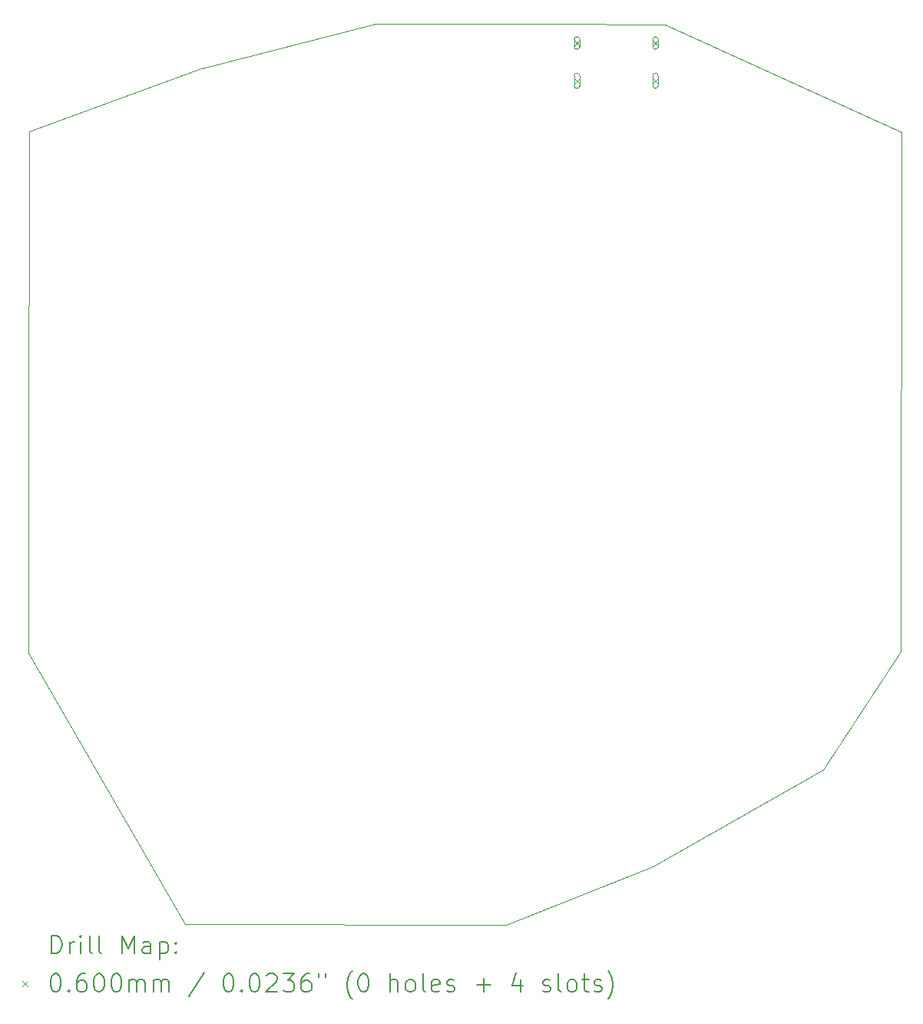
<source format=gbr>
%TF.GenerationSoftware,KiCad,Pcbnew,7.0.9-7.0.9~ubuntu22.04.1*%
%TF.CreationDate,2023-11-28T13:07:07+03:00*%
%TF.ProjectId,Keeb,4b656562-2e6b-4696-9361-645f70636258,rev?*%
%TF.SameCoordinates,Original*%
%TF.FileFunction,Drillmap*%
%TF.FilePolarity,Positive*%
%FSLAX45Y45*%
G04 Gerber Fmt 4.5, Leading zero omitted, Abs format (unit mm)*
G04 Created by KiCad (PCBNEW 7.0.9-7.0.9~ubuntu22.04.1) date 2023-11-28 13:07:07*
%MOMM*%
%LPD*%
G01*
G04 APERTURE LIST*
%ADD10C,0.050000*%
%ADD11C,0.200000*%
%ADD12C,0.100000*%
G04 APERTURE END LIST*
D10*
X17204000Y-3399000D02*
X19810000Y-4587294D01*
X19803000Y-10309294D01*
X18950000Y-11612000D01*
X17071000Y-12678000D01*
X15449000Y-13327000D01*
X11917000Y-13319000D01*
X10188000Y-10328000D01*
X10183000Y-8436000D01*
X10193000Y-4582000D01*
X12093000Y-3886000D01*
X12100000Y-3886000D01*
X14017000Y-3396294D01*
X15917000Y-3396294D01*
X17204000Y-3399000D01*
D11*
D12*
X16204000Y-3574000D02*
X16264000Y-3634000D01*
X16264000Y-3574000D02*
X16204000Y-3634000D01*
X16264000Y-3644000D02*
X16264000Y-3564000D01*
X16264000Y-3564000D02*
G75*
G03*
X16204000Y-3564000I-30000J0D01*
G01*
X16204000Y-3564000D02*
X16204000Y-3644000D01*
X16204000Y-3644000D02*
G75*
G03*
X16264000Y-3644000I30000J0D01*
G01*
X16204000Y-3991000D02*
X16264000Y-4051000D01*
X16264000Y-3991000D02*
X16204000Y-4051000D01*
X16264000Y-4076000D02*
X16264000Y-3966000D01*
X16264000Y-3966000D02*
G75*
G03*
X16204000Y-3966000I-30000J0D01*
G01*
X16204000Y-3966000D02*
X16204000Y-4076000D01*
X16204000Y-4076000D02*
G75*
G03*
X16264000Y-4076000I30000J0D01*
G01*
X17069000Y-3574000D02*
X17129000Y-3634000D01*
X17129000Y-3574000D02*
X17069000Y-3634000D01*
X17129000Y-3644000D02*
X17129000Y-3564000D01*
X17129000Y-3564000D02*
G75*
G03*
X17069000Y-3564000I-30000J0D01*
G01*
X17069000Y-3564000D02*
X17069000Y-3644000D01*
X17069000Y-3644000D02*
G75*
G03*
X17129000Y-3644000I30000J0D01*
G01*
X17069000Y-3991000D02*
X17129000Y-4051000D01*
X17129000Y-3991000D02*
X17069000Y-4051000D01*
X17129000Y-4076000D02*
X17129000Y-3966000D01*
X17129000Y-3966000D02*
G75*
G03*
X17069000Y-3966000I-30000J0D01*
G01*
X17069000Y-3966000D02*
X17069000Y-4076000D01*
X17069000Y-4076000D02*
G75*
G03*
X17129000Y-4076000I30000J0D01*
G01*
D11*
X10441277Y-13640984D02*
X10441277Y-13440984D01*
X10441277Y-13440984D02*
X10488896Y-13440984D01*
X10488896Y-13440984D02*
X10517467Y-13450508D01*
X10517467Y-13450508D02*
X10536515Y-13469555D01*
X10536515Y-13469555D02*
X10546039Y-13488603D01*
X10546039Y-13488603D02*
X10555563Y-13526698D01*
X10555563Y-13526698D02*
X10555563Y-13555269D01*
X10555563Y-13555269D02*
X10546039Y-13593365D01*
X10546039Y-13593365D02*
X10536515Y-13612412D01*
X10536515Y-13612412D02*
X10517467Y-13631460D01*
X10517467Y-13631460D02*
X10488896Y-13640984D01*
X10488896Y-13640984D02*
X10441277Y-13640984D01*
X10641277Y-13640984D02*
X10641277Y-13507650D01*
X10641277Y-13545746D02*
X10650801Y-13526698D01*
X10650801Y-13526698D02*
X10660324Y-13517174D01*
X10660324Y-13517174D02*
X10679372Y-13507650D01*
X10679372Y-13507650D02*
X10698420Y-13507650D01*
X10765086Y-13640984D02*
X10765086Y-13507650D01*
X10765086Y-13440984D02*
X10755563Y-13450508D01*
X10755563Y-13450508D02*
X10765086Y-13460031D01*
X10765086Y-13460031D02*
X10774610Y-13450508D01*
X10774610Y-13450508D02*
X10765086Y-13440984D01*
X10765086Y-13440984D02*
X10765086Y-13460031D01*
X10888896Y-13640984D02*
X10869848Y-13631460D01*
X10869848Y-13631460D02*
X10860324Y-13612412D01*
X10860324Y-13612412D02*
X10860324Y-13440984D01*
X10993658Y-13640984D02*
X10974610Y-13631460D01*
X10974610Y-13631460D02*
X10965086Y-13612412D01*
X10965086Y-13612412D02*
X10965086Y-13440984D01*
X11222229Y-13640984D02*
X11222229Y-13440984D01*
X11222229Y-13440984D02*
X11288896Y-13583841D01*
X11288896Y-13583841D02*
X11355562Y-13440984D01*
X11355562Y-13440984D02*
X11355562Y-13640984D01*
X11536515Y-13640984D02*
X11536515Y-13536222D01*
X11536515Y-13536222D02*
X11526991Y-13517174D01*
X11526991Y-13517174D02*
X11507943Y-13507650D01*
X11507943Y-13507650D02*
X11469848Y-13507650D01*
X11469848Y-13507650D02*
X11450801Y-13517174D01*
X11536515Y-13631460D02*
X11517467Y-13640984D01*
X11517467Y-13640984D02*
X11469848Y-13640984D01*
X11469848Y-13640984D02*
X11450801Y-13631460D01*
X11450801Y-13631460D02*
X11441277Y-13612412D01*
X11441277Y-13612412D02*
X11441277Y-13593365D01*
X11441277Y-13593365D02*
X11450801Y-13574317D01*
X11450801Y-13574317D02*
X11469848Y-13564793D01*
X11469848Y-13564793D02*
X11517467Y-13564793D01*
X11517467Y-13564793D02*
X11536515Y-13555269D01*
X11631753Y-13507650D02*
X11631753Y-13707650D01*
X11631753Y-13517174D02*
X11650801Y-13507650D01*
X11650801Y-13507650D02*
X11688896Y-13507650D01*
X11688896Y-13507650D02*
X11707943Y-13517174D01*
X11707943Y-13517174D02*
X11717467Y-13526698D01*
X11717467Y-13526698D02*
X11726991Y-13545746D01*
X11726991Y-13545746D02*
X11726991Y-13602888D01*
X11726991Y-13602888D02*
X11717467Y-13621936D01*
X11717467Y-13621936D02*
X11707943Y-13631460D01*
X11707943Y-13631460D02*
X11688896Y-13640984D01*
X11688896Y-13640984D02*
X11650801Y-13640984D01*
X11650801Y-13640984D02*
X11631753Y-13631460D01*
X11812705Y-13621936D02*
X11822229Y-13631460D01*
X11822229Y-13631460D02*
X11812705Y-13640984D01*
X11812705Y-13640984D02*
X11803182Y-13631460D01*
X11803182Y-13631460D02*
X11812705Y-13621936D01*
X11812705Y-13621936D02*
X11812705Y-13640984D01*
X11812705Y-13517174D02*
X11822229Y-13526698D01*
X11822229Y-13526698D02*
X11812705Y-13536222D01*
X11812705Y-13536222D02*
X11803182Y-13526698D01*
X11803182Y-13526698D02*
X11812705Y-13517174D01*
X11812705Y-13517174D02*
X11812705Y-13536222D01*
D12*
X10120500Y-13939500D02*
X10180500Y-13999500D01*
X10180500Y-13939500D02*
X10120500Y-13999500D01*
D11*
X10479372Y-13860984D02*
X10498420Y-13860984D01*
X10498420Y-13860984D02*
X10517467Y-13870508D01*
X10517467Y-13870508D02*
X10526991Y-13880031D01*
X10526991Y-13880031D02*
X10536515Y-13899079D01*
X10536515Y-13899079D02*
X10546039Y-13937174D01*
X10546039Y-13937174D02*
X10546039Y-13984793D01*
X10546039Y-13984793D02*
X10536515Y-14022888D01*
X10536515Y-14022888D02*
X10526991Y-14041936D01*
X10526991Y-14041936D02*
X10517467Y-14051460D01*
X10517467Y-14051460D02*
X10498420Y-14060984D01*
X10498420Y-14060984D02*
X10479372Y-14060984D01*
X10479372Y-14060984D02*
X10460324Y-14051460D01*
X10460324Y-14051460D02*
X10450801Y-14041936D01*
X10450801Y-14041936D02*
X10441277Y-14022888D01*
X10441277Y-14022888D02*
X10431753Y-13984793D01*
X10431753Y-13984793D02*
X10431753Y-13937174D01*
X10431753Y-13937174D02*
X10441277Y-13899079D01*
X10441277Y-13899079D02*
X10450801Y-13880031D01*
X10450801Y-13880031D02*
X10460324Y-13870508D01*
X10460324Y-13870508D02*
X10479372Y-13860984D01*
X10631753Y-14041936D02*
X10641277Y-14051460D01*
X10641277Y-14051460D02*
X10631753Y-14060984D01*
X10631753Y-14060984D02*
X10622229Y-14051460D01*
X10622229Y-14051460D02*
X10631753Y-14041936D01*
X10631753Y-14041936D02*
X10631753Y-14060984D01*
X10812705Y-13860984D02*
X10774610Y-13860984D01*
X10774610Y-13860984D02*
X10755563Y-13870508D01*
X10755563Y-13870508D02*
X10746039Y-13880031D01*
X10746039Y-13880031D02*
X10726991Y-13908603D01*
X10726991Y-13908603D02*
X10717467Y-13946698D01*
X10717467Y-13946698D02*
X10717467Y-14022888D01*
X10717467Y-14022888D02*
X10726991Y-14041936D01*
X10726991Y-14041936D02*
X10736515Y-14051460D01*
X10736515Y-14051460D02*
X10755563Y-14060984D01*
X10755563Y-14060984D02*
X10793658Y-14060984D01*
X10793658Y-14060984D02*
X10812705Y-14051460D01*
X10812705Y-14051460D02*
X10822229Y-14041936D01*
X10822229Y-14041936D02*
X10831753Y-14022888D01*
X10831753Y-14022888D02*
X10831753Y-13975269D01*
X10831753Y-13975269D02*
X10822229Y-13956222D01*
X10822229Y-13956222D02*
X10812705Y-13946698D01*
X10812705Y-13946698D02*
X10793658Y-13937174D01*
X10793658Y-13937174D02*
X10755563Y-13937174D01*
X10755563Y-13937174D02*
X10736515Y-13946698D01*
X10736515Y-13946698D02*
X10726991Y-13956222D01*
X10726991Y-13956222D02*
X10717467Y-13975269D01*
X10955563Y-13860984D02*
X10974610Y-13860984D01*
X10974610Y-13860984D02*
X10993658Y-13870508D01*
X10993658Y-13870508D02*
X11003182Y-13880031D01*
X11003182Y-13880031D02*
X11012705Y-13899079D01*
X11012705Y-13899079D02*
X11022229Y-13937174D01*
X11022229Y-13937174D02*
X11022229Y-13984793D01*
X11022229Y-13984793D02*
X11012705Y-14022888D01*
X11012705Y-14022888D02*
X11003182Y-14041936D01*
X11003182Y-14041936D02*
X10993658Y-14051460D01*
X10993658Y-14051460D02*
X10974610Y-14060984D01*
X10974610Y-14060984D02*
X10955563Y-14060984D01*
X10955563Y-14060984D02*
X10936515Y-14051460D01*
X10936515Y-14051460D02*
X10926991Y-14041936D01*
X10926991Y-14041936D02*
X10917467Y-14022888D01*
X10917467Y-14022888D02*
X10907944Y-13984793D01*
X10907944Y-13984793D02*
X10907944Y-13937174D01*
X10907944Y-13937174D02*
X10917467Y-13899079D01*
X10917467Y-13899079D02*
X10926991Y-13880031D01*
X10926991Y-13880031D02*
X10936515Y-13870508D01*
X10936515Y-13870508D02*
X10955563Y-13860984D01*
X11146039Y-13860984D02*
X11165086Y-13860984D01*
X11165086Y-13860984D02*
X11184134Y-13870508D01*
X11184134Y-13870508D02*
X11193658Y-13880031D01*
X11193658Y-13880031D02*
X11203182Y-13899079D01*
X11203182Y-13899079D02*
X11212705Y-13937174D01*
X11212705Y-13937174D02*
X11212705Y-13984793D01*
X11212705Y-13984793D02*
X11203182Y-14022888D01*
X11203182Y-14022888D02*
X11193658Y-14041936D01*
X11193658Y-14041936D02*
X11184134Y-14051460D01*
X11184134Y-14051460D02*
X11165086Y-14060984D01*
X11165086Y-14060984D02*
X11146039Y-14060984D01*
X11146039Y-14060984D02*
X11126991Y-14051460D01*
X11126991Y-14051460D02*
X11117467Y-14041936D01*
X11117467Y-14041936D02*
X11107944Y-14022888D01*
X11107944Y-14022888D02*
X11098420Y-13984793D01*
X11098420Y-13984793D02*
X11098420Y-13937174D01*
X11098420Y-13937174D02*
X11107944Y-13899079D01*
X11107944Y-13899079D02*
X11117467Y-13880031D01*
X11117467Y-13880031D02*
X11126991Y-13870508D01*
X11126991Y-13870508D02*
X11146039Y-13860984D01*
X11298420Y-14060984D02*
X11298420Y-13927650D01*
X11298420Y-13946698D02*
X11307943Y-13937174D01*
X11307943Y-13937174D02*
X11326991Y-13927650D01*
X11326991Y-13927650D02*
X11355563Y-13927650D01*
X11355563Y-13927650D02*
X11374610Y-13937174D01*
X11374610Y-13937174D02*
X11384134Y-13956222D01*
X11384134Y-13956222D02*
X11384134Y-14060984D01*
X11384134Y-13956222D02*
X11393658Y-13937174D01*
X11393658Y-13937174D02*
X11412705Y-13927650D01*
X11412705Y-13927650D02*
X11441277Y-13927650D01*
X11441277Y-13927650D02*
X11460324Y-13937174D01*
X11460324Y-13937174D02*
X11469848Y-13956222D01*
X11469848Y-13956222D02*
X11469848Y-14060984D01*
X11565086Y-14060984D02*
X11565086Y-13927650D01*
X11565086Y-13946698D02*
X11574610Y-13937174D01*
X11574610Y-13937174D02*
X11593658Y-13927650D01*
X11593658Y-13927650D02*
X11622229Y-13927650D01*
X11622229Y-13927650D02*
X11641277Y-13937174D01*
X11641277Y-13937174D02*
X11650801Y-13956222D01*
X11650801Y-13956222D02*
X11650801Y-14060984D01*
X11650801Y-13956222D02*
X11660324Y-13937174D01*
X11660324Y-13937174D02*
X11679372Y-13927650D01*
X11679372Y-13927650D02*
X11707943Y-13927650D01*
X11707943Y-13927650D02*
X11726991Y-13937174D01*
X11726991Y-13937174D02*
X11736515Y-13956222D01*
X11736515Y-13956222D02*
X11736515Y-14060984D01*
X12126991Y-13851460D02*
X11955563Y-14108603D01*
X12384134Y-13860984D02*
X12403182Y-13860984D01*
X12403182Y-13860984D02*
X12422229Y-13870508D01*
X12422229Y-13870508D02*
X12431753Y-13880031D01*
X12431753Y-13880031D02*
X12441277Y-13899079D01*
X12441277Y-13899079D02*
X12450801Y-13937174D01*
X12450801Y-13937174D02*
X12450801Y-13984793D01*
X12450801Y-13984793D02*
X12441277Y-14022888D01*
X12441277Y-14022888D02*
X12431753Y-14041936D01*
X12431753Y-14041936D02*
X12422229Y-14051460D01*
X12422229Y-14051460D02*
X12403182Y-14060984D01*
X12403182Y-14060984D02*
X12384134Y-14060984D01*
X12384134Y-14060984D02*
X12365086Y-14051460D01*
X12365086Y-14051460D02*
X12355563Y-14041936D01*
X12355563Y-14041936D02*
X12346039Y-14022888D01*
X12346039Y-14022888D02*
X12336515Y-13984793D01*
X12336515Y-13984793D02*
X12336515Y-13937174D01*
X12336515Y-13937174D02*
X12346039Y-13899079D01*
X12346039Y-13899079D02*
X12355563Y-13880031D01*
X12355563Y-13880031D02*
X12365086Y-13870508D01*
X12365086Y-13870508D02*
X12384134Y-13860984D01*
X12536515Y-14041936D02*
X12546039Y-14051460D01*
X12546039Y-14051460D02*
X12536515Y-14060984D01*
X12536515Y-14060984D02*
X12526991Y-14051460D01*
X12526991Y-14051460D02*
X12536515Y-14041936D01*
X12536515Y-14041936D02*
X12536515Y-14060984D01*
X12669848Y-13860984D02*
X12688896Y-13860984D01*
X12688896Y-13860984D02*
X12707944Y-13870508D01*
X12707944Y-13870508D02*
X12717467Y-13880031D01*
X12717467Y-13880031D02*
X12726991Y-13899079D01*
X12726991Y-13899079D02*
X12736515Y-13937174D01*
X12736515Y-13937174D02*
X12736515Y-13984793D01*
X12736515Y-13984793D02*
X12726991Y-14022888D01*
X12726991Y-14022888D02*
X12717467Y-14041936D01*
X12717467Y-14041936D02*
X12707944Y-14051460D01*
X12707944Y-14051460D02*
X12688896Y-14060984D01*
X12688896Y-14060984D02*
X12669848Y-14060984D01*
X12669848Y-14060984D02*
X12650801Y-14051460D01*
X12650801Y-14051460D02*
X12641277Y-14041936D01*
X12641277Y-14041936D02*
X12631753Y-14022888D01*
X12631753Y-14022888D02*
X12622229Y-13984793D01*
X12622229Y-13984793D02*
X12622229Y-13937174D01*
X12622229Y-13937174D02*
X12631753Y-13899079D01*
X12631753Y-13899079D02*
X12641277Y-13880031D01*
X12641277Y-13880031D02*
X12650801Y-13870508D01*
X12650801Y-13870508D02*
X12669848Y-13860984D01*
X12812706Y-13880031D02*
X12822229Y-13870508D01*
X12822229Y-13870508D02*
X12841277Y-13860984D01*
X12841277Y-13860984D02*
X12888896Y-13860984D01*
X12888896Y-13860984D02*
X12907944Y-13870508D01*
X12907944Y-13870508D02*
X12917467Y-13880031D01*
X12917467Y-13880031D02*
X12926991Y-13899079D01*
X12926991Y-13899079D02*
X12926991Y-13918127D01*
X12926991Y-13918127D02*
X12917467Y-13946698D01*
X12917467Y-13946698D02*
X12803182Y-14060984D01*
X12803182Y-14060984D02*
X12926991Y-14060984D01*
X12993658Y-13860984D02*
X13117467Y-13860984D01*
X13117467Y-13860984D02*
X13050801Y-13937174D01*
X13050801Y-13937174D02*
X13079372Y-13937174D01*
X13079372Y-13937174D02*
X13098420Y-13946698D01*
X13098420Y-13946698D02*
X13107944Y-13956222D01*
X13107944Y-13956222D02*
X13117467Y-13975269D01*
X13117467Y-13975269D02*
X13117467Y-14022888D01*
X13117467Y-14022888D02*
X13107944Y-14041936D01*
X13107944Y-14041936D02*
X13098420Y-14051460D01*
X13098420Y-14051460D02*
X13079372Y-14060984D01*
X13079372Y-14060984D02*
X13022229Y-14060984D01*
X13022229Y-14060984D02*
X13003182Y-14051460D01*
X13003182Y-14051460D02*
X12993658Y-14041936D01*
X13288896Y-13860984D02*
X13250801Y-13860984D01*
X13250801Y-13860984D02*
X13231753Y-13870508D01*
X13231753Y-13870508D02*
X13222229Y-13880031D01*
X13222229Y-13880031D02*
X13203182Y-13908603D01*
X13203182Y-13908603D02*
X13193658Y-13946698D01*
X13193658Y-13946698D02*
X13193658Y-14022888D01*
X13193658Y-14022888D02*
X13203182Y-14041936D01*
X13203182Y-14041936D02*
X13212706Y-14051460D01*
X13212706Y-14051460D02*
X13231753Y-14060984D01*
X13231753Y-14060984D02*
X13269848Y-14060984D01*
X13269848Y-14060984D02*
X13288896Y-14051460D01*
X13288896Y-14051460D02*
X13298420Y-14041936D01*
X13298420Y-14041936D02*
X13307944Y-14022888D01*
X13307944Y-14022888D02*
X13307944Y-13975269D01*
X13307944Y-13975269D02*
X13298420Y-13956222D01*
X13298420Y-13956222D02*
X13288896Y-13946698D01*
X13288896Y-13946698D02*
X13269848Y-13937174D01*
X13269848Y-13937174D02*
X13231753Y-13937174D01*
X13231753Y-13937174D02*
X13212706Y-13946698D01*
X13212706Y-13946698D02*
X13203182Y-13956222D01*
X13203182Y-13956222D02*
X13193658Y-13975269D01*
X13384134Y-13860984D02*
X13384134Y-13899079D01*
X13460325Y-13860984D02*
X13460325Y-13899079D01*
X13755563Y-14137174D02*
X13746039Y-14127650D01*
X13746039Y-14127650D02*
X13726991Y-14099079D01*
X13726991Y-14099079D02*
X13717468Y-14080031D01*
X13717468Y-14080031D02*
X13707944Y-14051460D01*
X13707944Y-14051460D02*
X13698420Y-14003841D01*
X13698420Y-14003841D02*
X13698420Y-13965746D01*
X13698420Y-13965746D02*
X13707944Y-13918127D01*
X13707944Y-13918127D02*
X13717468Y-13889555D01*
X13717468Y-13889555D02*
X13726991Y-13870508D01*
X13726991Y-13870508D02*
X13746039Y-13841936D01*
X13746039Y-13841936D02*
X13755563Y-13832412D01*
X13869848Y-13860984D02*
X13888896Y-13860984D01*
X13888896Y-13860984D02*
X13907944Y-13870508D01*
X13907944Y-13870508D02*
X13917468Y-13880031D01*
X13917468Y-13880031D02*
X13926991Y-13899079D01*
X13926991Y-13899079D02*
X13936515Y-13937174D01*
X13936515Y-13937174D02*
X13936515Y-13984793D01*
X13936515Y-13984793D02*
X13926991Y-14022888D01*
X13926991Y-14022888D02*
X13917468Y-14041936D01*
X13917468Y-14041936D02*
X13907944Y-14051460D01*
X13907944Y-14051460D02*
X13888896Y-14060984D01*
X13888896Y-14060984D02*
X13869848Y-14060984D01*
X13869848Y-14060984D02*
X13850801Y-14051460D01*
X13850801Y-14051460D02*
X13841277Y-14041936D01*
X13841277Y-14041936D02*
X13831753Y-14022888D01*
X13831753Y-14022888D02*
X13822229Y-13984793D01*
X13822229Y-13984793D02*
X13822229Y-13937174D01*
X13822229Y-13937174D02*
X13831753Y-13899079D01*
X13831753Y-13899079D02*
X13841277Y-13880031D01*
X13841277Y-13880031D02*
X13850801Y-13870508D01*
X13850801Y-13870508D02*
X13869848Y-13860984D01*
X14174610Y-14060984D02*
X14174610Y-13860984D01*
X14260325Y-14060984D02*
X14260325Y-13956222D01*
X14260325Y-13956222D02*
X14250801Y-13937174D01*
X14250801Y-13937174D02*
X14231753Y-13927650D01*
X14231753Y-13927650D02*
X14203182Y-13927650D01*
X14203182Y-13927650D02*
X14184134Y-13937174D01*
X14184134Y-13937174D02*
X14174610Y-13946698D01*
X14384134Y-14060984D02*
X14365087Y-14051460D01*
X14365087Y-14051460D02*
X14355563Y-14041936D01*
X14355563Y-14041936D02*
X14346039Y-14022888D01*
X14346039Y-14022888D02*
X14346039Y-13965746D01*
X14346039Y-13965746D02*
X14355563Y-13946698D01*
X14355563Y-13946698D02*
X14365087Y-13937174D01*
X14365087Y-13937174D02*
X14384134Y-13927650D01*
X14384134Y-13927650D02*
X14412706Y-13927650D01*
X14412706Y-13927650D02*
X14431753Y-13937174D01*
X14431753Y-13937174D02*
X14441277Y-13946698D01*
X14441277Y-13946698D02*
X14450801Y-13965746D01*
X14450801Y-13965746D02*
X14450801Y-14022888D01*
X14450801Y-14022888D02*
X14441277Y-14041936D01*
X14441277Y-14041936D02*
X14431753Y-14051460D01*
X14431753Y-14051460D02*
X14412706Y-14060984D01*
X14412706Y-14060984D02*
X14384134Y-14060984D01*
X14565087Y-14060984D02*
X14546039Y-14051460D01*
X14546039Y-14051460D02*
X14536515Y-14032412D01*
X14536515Y-14032412D02*
X14536515Y-13860984D01*
X14717468Y-14051460D02*
X14698420Y-14060984D01*
X14698420Y-14060984D02*
X14660325Y-14060984D01*
X14660325Y-14060984D02*
X14641277Y-14051460D01*
X14641277Y-14051460D02*
X14631753Y-14032412D01*
X14631753Y-14032412D02*
X14631753Y-13956222D01*
X14631753Y-13956222D02*
X14641277Y-13937174D01*
X14641277Y-13937174D02*
X14660325Y-13927650D01*
X14660325Y-13927650D02*
X14698420Y-13927650D01*
X14698420Y-13927650D02*
X14717468Y-13937174D01*
X14717468Y-13937174D02*
X14726991Y-13956222D01*
X14726991Y-13956222D02*
X14726991Y-13975269D01*
X14726991Y-13975269D02*
X14631753Y-13994317D01*
X14803182Y-14051460D02*
X14822230Y-14060984D01*
X14822230Y-14060984D02*
X14860325Y-14060984D01*
X14860325Y-14060984D02*
X14879372Y-14051460D01*
X14879372Y-14051460D02*
X14888896Y-14032412D01*
X14888896Y-14032412D02*
X14888896Y-14022888D01*
X14888896Y-14022888D02*
X14879372Y-14003841D01*
X14879372Y-14003841D02*
X14860325Y-13994317D01*
X14860325Y-13994317D02*
X14831753Y-13994317D01*
X14831753Y-13994317D02*
X14812706Y-13984793D01*
X14812706Y-13984793D02*
X14803182Y-13965746D01*
X14803182Y-13965746D02*
X14803182Y-13956222D01*
X14803182Y-13956222D02*
X14812706Y-13937174D01*
X14812706Y-13937174D02*
X14831753Y-13927650D01*
X14831753Y-13927650D02*
X14860325Y-13927650D01*
X14860325Y-13927650D02*
X14879372Y-13937174D01*
X15126992Y-13984793D02*
X15279373Y-13984793D01*
X15203182Y-14060984D02*
X15203182Y-13908603D01*
X15612706Y-13927650D02*
X15612706Y-14060984D01*
X15565087Y-13851460D02*
X15517468Y-13994317D01*
X15517468Y-13994317D02*
X15641277Y-13994317D01*
X15860325Y-14051460D02*
X15879373Y-14060984D01*
X15879373Y-14060984D02*
X15917468Y-14060984D01*
X15917468Y-14060984D02*
X15936515Y-14051460D01*
X15936515Y-14051460D02*
X15946039Y-14032412D01*
X15946039Y-14032412D02*
X15946039Y-14022888D01*
X15946039Y-14022888D02*
X15936515Y-14003841D01*
X15936515Y-14003841D02*
X15917468Y-13994317D01*
X15917468Y-13994317D02*
X15888896Y-13994317D01*
X15888896Y-13994317D02*
X15869849Y-13984793D01*
X15869849Y-13984793D02*
X15860325Y-13965746D01*
X15860325Y-13965746D02*
X15860325Y-13956222D01*
X15860325Y-13956222D02*
X15869849Y-13937174D01*
X15869849Y-13937174D02*
X15888896Y-13927650D01*
X15888896Y-13927650D02*
X15917468Y-13927650D01*
X15917468Y-13927650D02*
X15936515Y-13937174D01*
X16060325Y-14060984D02*
X16041277Y-14051460D01*
X16041277Y-14051460D02*
X16031754Y-14032412D01*
X16031754Y-14032412D02*
X16031754Y-13860984D01*
X16165087Y-14060984D02*
X16146039Y-14051460D01*
X16146039Y-14051460D02*
X16136515Y-14041936D01*
X16136515Y-14041936D02*
X16126992Y-14022888D01*
X16126992Y-14022888D02*
X16126992Y-13965746D01*
X16126992Y-13965746D02*
X16136515Y-13946698D01*
X16136515Y-13946698D02*
X16146039Y-13937174D01*
X16146039Y-13937174D02*
X16165087Y-13927650D01*
X16165087Y-13927650D02*
X16193658Y-13927650D01*
X16193658Y-13927650D02*
X16212706Y-13937174D01*
X16212706Y-13937174D02*
X16222230Y-13946698D01*
X16222230Y-13946698D02*
X16231754Y-13965746D01*
X16231754Y-13965746D02*
X16231754Y-14022888D01*
X16231754Y-14022888D02*
X16222230Y-14041936D01*
X16222230Y-14041936D02*
X16212706Y-14051460D01*
X16212706Y-14051460D02*
X16193658Y-14060984D01*
X16193658Y-14060984D02*
X16165087Y-14060984D01*
X16288896Y-13927650D02*
X16365087Y-13927650D01*
X16317468Y-13860984D02*
X16317468Y-14032412D01*
X16317468Y-14032412D02*
X16326992Y-14051460D01*
X16326992Y-14051460D02*
X16346039Y-14060984D01*
X16346039Y-14060984D02*
X16365087Y-14060984D01*
X16422230Y-14051460D02*
X16441277Y-14060984D01*
X16441277Y-14060984D02*
X16479373Y-14060984D01*
X16479373Y-14060984D02*
X16498420Y-14051460D01*
X16498420Y-14051460D02*
X16507944Y-14032412D01*
X16507944Y-14032412D02*
X16507944Y-14022888D01*
X16507944Y-14022888D02*
X16498420Y-14003841D01*
X16498420Y-14003841D02*
X16479373Y-13994317D01*
X16479373Y-13994317D02*
X16450801Y-13994317D01*
X16450801Y-13994317D02*
X16431754Y-13984793D01*
X16431754Y-13984793D02*
X16422230Y-13965746D01*
X16422230Y-13965746D02*
X16422230Y-13956222D01*
X16422230Y-13956222D02*
X16431754Y-13937174D01*
X16431754Y-13937174D02*
X16450801Y-13927650D01*
X16450801Y-13927650D02*
X16479373Y-13927650D01*
X16479373Y-13927650D02*
X16498420Y-13937174D01*
X16574611Y-14137174D02*
X16584135Y-14127650D01*
X16584135Y-14127650D02*
X16603182Y-14099079D01*
X16603182Y-14099079D02*
X16612706Y-14080031D01*
X16612706Y-14080031D02*
X16622230Y-14051460D01*
X16622230Y-14051460D02*
X16631754Y-14003841D01*
X16631754Y-14003841D02*
X16631754Y-13965746D01*
X16631754Y-13965746D02*
X16622230Y-13918127D01*
X16622230Y-13918127D02*
X16612706Y-13889555D01*
X16612706Y-13889555D02*
X16603182Y-13870508D01*
X16603182Y-13870508D02*
X16584135Y-13841936D01*
X16584135Y-13841936D02*
X16574611Y-13832412D01*
M02*

</source>
